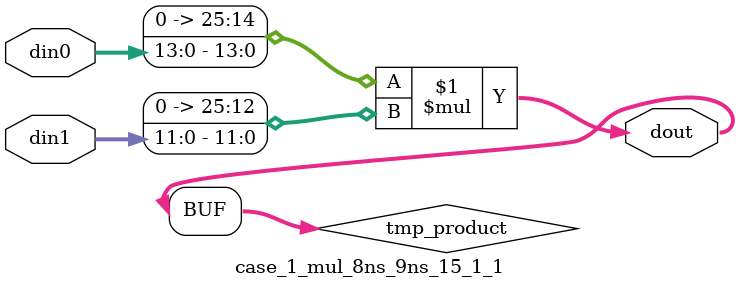
<source format=v>

`timescale 1 ns / 1 ps

 (* use_dsp = "no" *)  module case_1_mul_8ns_9ns_15_1_1(din0, din1, dout);
parameter ID = 1;
parameter NUM_STAGE = 0;
parameter din0_WIDTH = 14;
parameter din1_WIDTH = 12;
parameter dout_WIDTH = 26;

input [din0_WIDTH - 1 : 0] din0; 
input [din1_WIDTH - 1 : 0] din1; 
output [dout_WIDTH - 1 : 0] dout;

wire signed [dout_WIDTH - 1 : 0] tmp_product;
























assign tmp_product = $signed({1'b0, din0}) * $signed({1'b0, din1});











assign dout = tmp_product;





















endmodule

</source>
